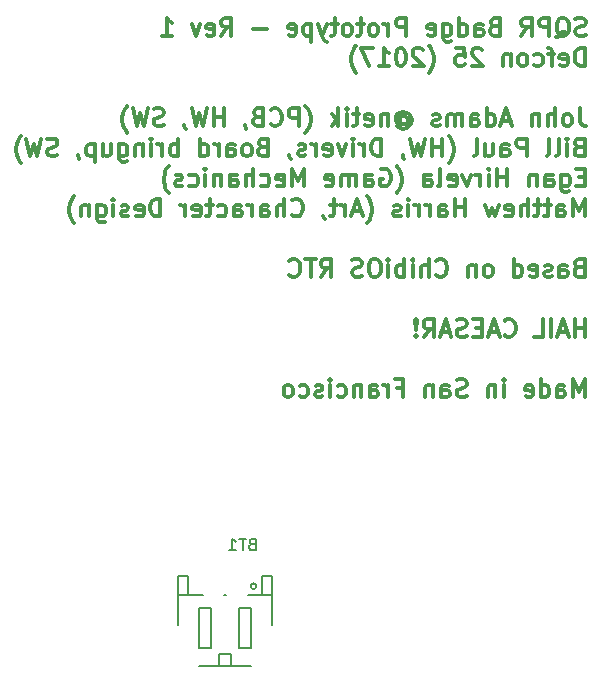
<source format=gbo>
G04 #@! TF.GenerationSoftware,KiCad,Pcbnew,(2016-12-18 revision 3ffa37c)-master*
G04 #@! TF.CreationDate,2016-12-20T20:39:12-08:00*
G04 #@! TF.ProjectId,badge-kicad,62616467652D6B696361642E6B696361,rev?*
G04 #@! TF.FileFunction,Legend,Bot*
G04 #@! TF.FilePolarity,Positive*
%FSLAX46Y46*%
G04 Gerber Fmt 4.6, Leading zero omitted, Abs format (unit mm)*
G04 Created by KiCad (PCBNEW (2016-12-18 revision 3ffa37c)-master) date Tuesday, December 20, 2016 'PMt' 08:39:12 PM*
%MOMM*%
%LPD*%
G01*
G04 APERTURE LIST*
%ADD10C,0.150000*%
%ADD11C,0.300000*%
G04 APERTURE END LIST*
D10*
D11*
X156519285Y-94307142D02*
X156305000Y-94378571D01*
X155947857Y-94378571D01*
X155805000Y-94307142D01*
X155733571Y-94235714D01*
X155662142Y-94092857D01*
X155662142Y-93950000D01*
X155733571Y-93807142D01*
X155805000Y-93735714D01*
X155947857Y-93664285D01*
X156233571Y-93592857D01*
X156376428Y-93521428D01*
X156447857Y-93450000D01*
X156519285Y-93307142D01*
X156519285Y-93164285D01*
X156447857Y-93021428D01*
X156376428Y-92950000D01*
X156233571Y-92878571D01*
X155876428Y-92878571D01*
X155662142Y-92950000D01*
X154019285Y-94521428D02*
X154162142Y-94450000D01*
X154305000Y-94307142D01*
X154519285Y-94092857D01*
X154662142Y-94021428D01*
X154805000Y-94021428D01*
X154733571Y-94378571D02*
X154876428Y-94307142D01*
X155019285Y-94164285D01*
X155090714Y-93878571D01*
X155090714Y-93378571D01*
X155019285Y-93092857D01*
X154876428Y-92950000D01*
X154733571Y-92878571D01*
X154447857Y-92878571D01*
X154305000Y-92950000D01*
X154162142Y-93092857D01*
X154090714Y-93378571D01*
X154090714Y-93878571D01*
X154162142Y-94164285D01*
X154305000Y-94307142D01*
X154447857Y-94378571D01*
X154733571Y-94378571D01*
X153447857Y-94378571D02*
X153447857Y-92878571D01*
X152876428Y-92878571D01*
X152733571Y-92950000D01*
X152662142Y-93021428D01*
X152590714Y-93164285D01*
X152590714Y-93378571D01*
X152662142Y-93521428D01*
X152733571Y-93592857D01*
X152876428Y-93664285D01*
X153447857Y-93664285D01*
X151090714Y-94378571D02*
X151590714Y-93664285D01*
X151947857Y-94378571D02*
X151947857Y-92878571D01*
X151376428Y-92878571D01*
X151233571Y-92950000D01*
X151162142Y-93021428D01*
X151090714Y-93164285D01*
X151090714Y-93378571D01*
X151162142Y-93521428D01*
X151233571Y-93592857D01*
X151376428Y-93664285D01*
X151947857Y-93664285D01*
X148805000Y-93592857D02*
X148590714Y-93664285D01*
X148519285Y-93735714D01*
X148447857Y-93878571D01*
X148447857Y-94092857D01*
X148519285Y-94235714D01*
X148590714Y-94307142D01*
X148733571Y-94378571D01*
X149305000Y-94378571D01*
X149305000Y-92878571D01*
X148805000Y-92878571D01*
X148662142Y-92950000D01*
X148590714Y-93021428D01*
X148519285Y-93164285D01*
X148519285Y-93307142D01*
X148590714Y-93450000D01*
X148662142Y-93521428D01*
X148805000Y-93592857D01*
X149305000Y-93592857D01*
X147162142Y-94378571D02*
X147162142Y-93592857D01*
X147233571Y-93450000D01*
X147376428Y-93378571D01*
X147662142Y-93378571D01*
X147805000Y-93450000D01*
X147162142Y-94307142D02*
X147305000Y-94378571D01*
X147662142Y-94378571D01*
X147805000Y-94307142D01*
X147876428Y-94164285D01*
X147876428Y-94021428D01*
X147805000Y-93878571D01*
X147662142Y-93807142D01*
X147305000Y-93807142D01*
X147162142Y-93735714D01*
X145805000Y-94378571D02*
X145805000Y-92878571D01*
X145805000Y-94307142D02*
X145947857Y-94378571D01*
X146233571Y-94378571D01*
X146376428Y-94307142D01*
X146447857Y-94235714D01*
X146519285Y-94092857D01*
X146519285Y-93664285D01*
X146447857Y-93521428D01*
X146376428Y-93450000D01*
X146233571Y-93378571D01*
X145947857Y-93378571D01*
X145805000Y-93450000D01*
X144447857Y-93378571D02*
X144447857Y-94592857D01*
X144519285Y-94735714D01*
X144590714Y-94807142D01*
X144733571Y-94878571D01*
X144947857Y-94878571D01*
X145090714Y-94807142D01*
X144447857Y-94307142D02*
X144590714Y-94378571D01*
X144876428Y-94378571D01*
X145019285Y-94307142D01*
X145090714Y-94235714D01*
X145162142Y-94092857D01*
X145162142Y-93664285D01*
X145090714Y-93521428D01*
X145019285Y-93450000D01*
X144876428Y-93378571D01*
X144590714Y-93378571D01*
X144447857Y-93450000D01*
X143162142Y-94307142D02*
X143305000Y-94378571D01*
X143590714Y-94378571D01*
X143733571Y-94307142D01*
X143805000Y-94164285D01*
X143805000Y-93592857D01*
X143733571Y-93450000D01*
X143590714Y-93378571D01*
X143305000Y-93378571D01*
X143162142Y-93450000D01*
X143090714Y-93592857D01*
X143090714Y-93735714D01*
X143805000Y-93878571D01*
X141305000Y-94378571D02*
X141305000Y-92878571D01*
X140733571Y-92878571D01*
X140590714Y-92950000D01*
X140519285Y-93021428D01*
X140447857Y-93164285D01*
X140447857Y-93378571D01*
X140519285Y-93521428D01*
X140590714Y-93592857D01*
X140733571Y-93664285D01*
X141305000Y-93664285D01*
X139805000Y-94378571D02*
X139805000Y-93378571D01*
X139805000Y-93664285D02*
X139733571Y-93521428D01*
X139662142Y-93450000D01*
X139519285Y-93378571D01*
X139376428Y-93378571D01*
X138662142Y-94378571D02*
X138805000Y-94307142D01*
X138876428Y-94235714D01*
X138947857Y-94092857D01*
X138947857Y-93664285D01*
X138876428Y-93521428D01*
X138805000Y-93450000D01*
X138662142Y-93378571D01*
X138447857Y-93378571D01*
X138305000Y-93450000D01*
X138233571Y-93521428D01*
X138162142Y-93664285D01*
X138162142Y-94092857D01*
X138233571Y-94235714D01*
X138305000Y-94307142D01*
X138447857Y-94378571D01*
X138662142Y-94378571D01*
X137733571Y-93378571D02*
X137162142Y-93378571D01*
X137519285Y-92878571D02*
X137519285Y-94164285D01*
X137447857Y-94307142D01*
X137305000Y-94378571D01*
X137162142Y-94378571D01*
X136447857Y-94378571D02*
X136590714Y-94307142D01*
X136662142Y-94235714D01*
X136733571Y-94092857D01*
X136733571Y-93664285D01*
X136662142Y-93521428D01*
X136590714Y-93450000D01*
X136447857Y-93378571D01*
X136233571Y-93378571D01*
X136090714Y-93450000D01*
X136019285Y-93521428D01*
X135947857Y-93664285D01*
X135947857Y-94092857D01*
X136019285Y-94235714D01*
X136090714Y-94307142D01*
X136233571Y-94378571D01*
X136447857Y-94378571D01*
X135519285Y-93378571D02*
X134947857Y-93378571D01*
X135305000Y-92878571D02*
X135305000Y-94164285D01*
X135233571Y-94307142D01*
X135090714Y-94378571D01*
X134947857Y-94378571D01*
X134590714Y-93378571D02*
X134233571Y-94378571D01*
X133876428Y-93378571D02*
X134233571Y-94378571D01*
X134376428Y-94735714D01*
X134447857Y-94807142D01*
X134590714Y-94878571D01*
X133305000Y-93378571D02*
X133305000Y-94878571D01*
X133305000Y-93450000D02*
X133162142Y-93378571D01*
X132876428Y-93378571D01*
X132733571Y-93450000D01*
X132662142Y-93521428D01*
X132590714Y-93664285D01*
X132590714Y-94092857D01*
X132662142Y-94235714D01*
X132733571Y-94307142D01*
X132876428Y-94378571D01*
X133162142Y-94378571D01*
X133305000Y-94307142D01*
X131376428Y-94307142D02*
X131519285Y-94378571D01*
X131805000Y-94378571D01*
X131947857Y-94307142D01*
X132019285Y-94164285D01*
X132019285Y-93592857D01*
X131947857Y-93450000D01*
X131805000Y-93378571D01*
X131519285Y-93378571D01*
X131376428Y-93450000D01*
X131305000Y-93592857D01*
X131305000Y-93735714D01*
X132019285Y-93878571D01*
X129519285Y-93807142D02*
X128376428Y-93807142D01*
X125662142Y-94378571D02*
X126162142Y-93664285D01*
X126519285Y-94378571D02*
X126519285Y-92878571D01*
X125947857Y-92878571D01*
X125805000Y-92950000D01*
X125733571Y-93021428D01*
X125662142Y-93164285D01*
X125662142Y-93378571D01*
X125733571Y-93521428D01*
X125805000Y-93592857D01*
X125947857Y-93664285D01*
X126519285Y-93664285D01*
X124447857Y-94307142D02*
X124590714Y-94378571D01*
X124876428Y-94378571D01*
X125019285Y-94307142D01*
X125090714Y-94164285D01*
X125090714Y-93592857D01*
X125019285Y-93450000D01*
X124876428Y-93378571D01*
X124590714Y-93378571D01*
X124447857Y-93450000D01*
X124376428Y-93592857D01*
X124376428Y-93735714D01*
X125090714Y-93878571D01*
X123876428Y-93378571D02*
X123519285Y-94378571D01*
X123162142Y-93378571D01*
X120662142Y-94378571D02*
X121519285Y-94378571D01*
X121090714Y-94378571D02*
X121090714Y-92878571D01*
X121233571Y-93092857D01*
X121376428Y-93235714D01*
X121519285Y-93307142D01*
X156447857Y-96928571D02*
X156447857Y-95428571D01*
X156090714Y-95428571D01*
X155876428Y-95500000D01*
X155733571Y-95642857D01*
X155662142Y-95785714D01*
X155590714Y-96071428D01*
X155590714Y-96285714D01*
X155662142Y-96571428D01*
X155733571Y-96714285D01*
X155876428Y-96857142D01*
X156090714Y-96928571D01*
X156447857Y-96928571D01*
X154376428Y-96857142D02*
X154519285Y-96928571D01*
X154805000Y-96928571D01*
X154947857Y-96857142D01*
X155019285Y-96714285D01*
X155019285Y-96142857D01*
X154947857Y-96000000D01*
X154805000Y-95928571D01*
X154519285Y-95928571D01*
X154376428Y-96000000D01*
X154305000Y-96142857D01*
X154305000Y-96285714D01*
X155019285Y-96428571D01*
X153876428Y-95928571D02*
X153305000Y-95928571D01*
X153662142Y-96928571D02*
X153662142Y-95642857D01*
X153590714Y-95500000D01*
X153447857Y-95428571D01*
X153305000Y-95428571D01*
X152162142Y-96857142D02*
X152305000Y-96928571D01*
X152590714Y-96928571D01*
X152733571Y-96857142D01*
X152805000Y-96785714D01*
X152876428Y-96642857D01*
X152876428Y-96214285D01*
X152805000Y-96071428D01*
X152733571Y-96000000D01*
X152590714Y-95928571D01*
X152305000Y-95928571D01*
X152162142Y-96000000D01*
X151305000Y-96928571D02*
X151447857Y-96857142D01*
X151519285Y-96785714D01*
X151590714Y-96642857D01*
X151590714Y-96214285D01*
X151519285Y-96071428D01*
X151447857Y-96000000D01*
X151305000Y-95928571D01*
X151090714Y-95928571D01*
X150947857Y-96000000D01*
X150876428Y-96071428D01*
X150805000Y-96214285D01*
X150805000Y-96642857D01*
X150876428Y-96785714D01*
X150947857Y-96857142D01*
X151090714Y-96928571D01*
X151305000Y-96928571D01*
X150162142Y-95928571D02*
X150162142Y-96928571D01*
X150162142Y-96071428D02*
X150090714Y-96000000D01*
X149947857Y-95928571D01*
X149733571Y-95928571D01*
X149590714Y-96000000D01*
X149519285Y-96142857D01*
X149519285Y-96928571D01*
X147733571Y-95571428D02*
X147662142Y-95500000D01*
X147519285Y-95428571D01*
X147162142Y-95428571D01*
X147019285Y-95500000D01*
X146947857Y-95571428D01*
X146876428Y-95714285D01*
X146876428Y-95857142D01*
X146947857Y-96071428D01*
X147805000Y-96928571D01*
X146876428Y-96928571D01*
X145519285Y-95428571D02*
X146233571Y-95428571D01*
X146305000Y-96142857D01*
X146233571Y-96071428D01*
X146090714Y-96000000D01*
X145733571Y-96000000D01*
X145590714Y-96071428D01*
X145519285Y-96142857D01*
X145447857Y-96285714D01*
X145447857Y-96642857D01*
X145519285Y-96785714D01*
X145590714Y-96857142D01*
X145733571Y-96928571D01*
X146090714Y-96928571D01*
X146233571Y-96857142D01*
X146305000Y-96785714D01*
X143233571Y-97500000D02*
X143305000Y-97428571D01*
X143447857Y-97214285D01*
X143519285Y-97071428D01*
X143590714Y-96857142D01*
X143662142Y-96500000D01*
X143662142Y-96214285D01*
X143590714Y-95857142D01*
X143519285Y-95642857D01*
X143447857Y-95500000D01*
X143305000Y-95285714D01*
X143233571Y-95214285D01*
X142733571Y-95571428D02*
X142662142Y-95500000D01*
X142519285Y-95428571D01*
X142162142Y-95428571D01*
X142019285Y-95500000D01*
X141947857Y-95571428D01*
X141876428Y-95714285D01*
X141876428Y-95857142D01*
X141947857Y-96071428D01*
X142805000Y-96928571D01*
X141876428Y-96928571D01*
X140947857Y-95428571D02*
X140805000Y-95428571D01*
X140662142Y-95500000D01*
X140590714Y-95571428D01*
X140519285Y-95714285D01*
X140447857Y-96000000D01*
X140447857Y-96357142D01*
X140519285Y-96642857D01*
X140590714Y-96785714D01*
X140662142Y-96857142D01*
X140805000Y-96928571D01*
X140947857Y-96928571D01*
X141090714Y-96857142D01*
X141162142Y-96785714D01*
X141233571Y-96642857D01*
X141305000Y-96357142D01*
X141305000Y-96000000D01*
X141233571Y-95714285D01*
X141162142Y-95571428D01*
X141090714Y-95500000D01*
X140947857Y-95428571D01*
X139019285Y-96928571D02*
X139876428Y-96928571D01*
X139447857Y-96928571D02*
X139447857Y-95428571D01*
X139590714Y-95642857D01*
X139733571Y-95785714D01*
X139876428Y-95857142D01*
X138519285Y-95428571D02*
X137519285Y-95428571D01*
X138162142Y-96928571D01*
X137090714Y-97500000D02*
X137019285Y-97428571D01*
X136876428Y-97214285D01*
X136805000Y-97071428D01*
X136733571Y-96857142D01*
X136662142Y-96500000D01*
X136662142Y-96214285D01*
X136733571Y-95857142D01*
X136805000Y-95642857D01*
X136876428Y-95500000D01*
X137019285Y-95285714D01*
X137090714Y-95214285D01*
X156019285Y-100528571D02*
X156019285Y-101600000D01*
X156090714Y-101814285D01*
X156233571Y-101957142D01*
X156447857Y-102028571D01*
X156590714Y-102028571D01*
X155090714Y-102028571D02*
X155233571Y-101957142D01*
X155305000Y-101885714D01*
X155376428Y-101742857D01*
X155376428Y-101314285D01*
X155305000Y-101171428D01*
X155233571Y-101100000D01*
X155090714Y-101028571D01*
X154876428Y-101028571D01*
X154733571Y-101100000D01*
X154662142Y-101171428D01*
X154590714Y-101314285D01*
X154590714Y-101742857D01*
X154662142Y-101885714D01*
X154733571Y-101957142D01*
X154876428Y-102028571D01*
X155090714Y-102028571D01*
X153947857Y-102028571D02*
X153947857Y-100528571D01*
X153305000Y-102028571D02*
X153305000Y-101242857D01*
X153376428Y-101100000D01*
X153519285Y-101028571D01*
X153733571Y-101028571D01*
X153876428Y-101100000D01*
X153947857Y-101171428D01*
X152590714Y-101028571D02*
X152590714Y-102028571D01*
X152590714Y-101171428D02*
X152519285Y-101100000D01*
X152376428Y-101028571D01*
X152162142Y-101028571D01*
X152019285Y-101100000D01*
X151947857Y-101242857D01*
X151947857Y-102028571D01*
X150162142Y-101600000D02*
X149447857Y-101600000D01*
X150305000Y-102028571D02*
X149805000Y-100528571D01*
X149305000Y-102028571D01*
X148162142Y-102028571D02*
X148162142Y-100528571D01*
X148162142Y-101957142D02*
X148305000Y-102028571D01*
X148590714Y-102028571D01*
X148733571Y-101957142D01*
X148805000Y-101885714D01*
X148876428Y-101742857D01*
X148876428Y-101314285D01*
X148805000Y-101171428D01*
X148733571Y-101100000D01*
X148590714Y-101028571D01*
X148305000Y-101028571D01*
X148162142Y-101100000D01*
X146805000Y-102028571D02*
X146805000Y-101242857D01*
X146876428Y-101100000D01*
X147019285Y-101028571D01*
X147305000Y-101028571D01*
X147447857Y-101100000D01*
X146805000Y-101957142D02*
X146947857Y-102028571D01*
X147305000Y-102028571D01*
X147447857Y-101957142D01*
X147519285Y-101814285D01*
X147519285Y-101671428D01*
X147447857Y-101528571D01*
X147305000Y-101457142D01*
X146947857Y-101457142D01*
X146805000Y-101385714D01*
X146090714Y-102028571D02*
X146090714Y-101028571D01*
X146090714Y-101171428D02*
X146019285Y-101100000D01*
X145876428Y-101028571D01*
X145662142Y-101028571D01*
X145519285Y-101100000D01*
X145447857Y-101242857D01*
X145447857Y-102028571D01*
X145447857Y-101242857D02*
X145376428Y-101100000D01*
X145233571Y-101028571D01*
X145019285Y-101028571D01*
X144876428Y-101100000D01*
X144805000Y-101242857D01*
X144805000Y-102028571D01*
X144162142Y-101957142D02*
X144019285Y-102028571D01*
X143733571Y-102028571D01*
X143590714Y-101957142D01*
X143519285Y-101814285D01*
X143519285Y-101742857D01*
X143590714Y-101600000D01*
X143733571Y-101528571D01*
X143947857Y-101528571D01*
X144090714Y-101457142D01*
X144162142Y-101314285D01*
X144162142Y-101242857D01*
X144090714Y-101100000D01*
X143947857Y-101028571D01*
X143733571Y-101028571D01*
X143590714Y-101100000D01*
X140805000Y-101314285D02*
X140876428Y-101242857D01*
X141019285Y-101171428D01*
X141162142Y-101171428D01*
X141305000Y-101242857D01*
X141376428Y-101314285D01*
X141447857Y-101457142D01*
X141447857Y-101600000D01*
X141376428Y-101742857D01*
X141305000Y-101814285D01*
X141162142Y-101885714D01*
X141019285Y-101885714D01*
X140876428Y-101814285D01*
X140805000Y-101742857D01*
X140805000Y-101171428D02*
X140805000Y-101742857D01*
X140733571Y-101814285D01*
X140662142Y-101814285D01*
X140519285Y-101742857D01*
X140447857Y-101600000D01*
X140447857Y-101242857D01*
X140590714Y-101028571D01*
X140805000Y-100885714D01*
X141090714Y-100814285D01*
X141376428Y-100885714D01*
X141590714Y-101028571D01*
X141733571Y-101242857D01*
X141805000Y-101528571D01*
X141733571Y-101814285D01*
X141590714Y-102028571D01*
X141376428Y-102171428D01*
X141090714Y-102242857D01*
X140805000Y-102171428D01*
X140590714Y-102028571D01*
X139805000Y-101028571D02*
X139805000Y-102028571D01*
X139805000Y-101171428D02*
X139733571Y-101100000D01*
X139590714Y-101028571D01*
X139376428Y-101028571D01*
X139233571Y-101100000D01*
X139162142Y-101242857D01*
X139162142Y-102028571D01*
X137876428Y-101957142D02*
X138019285Y-102028571D01*
X138305000Y-102028571D01*
X138447857Y-101957142D01*
X138519285Y-101814285D01*
X138519285Y-101242857D01*
X138447857Y-101100000D01*
X138305000Y-101028571D01*
X138019285Y-101028571D01*
X137876428Y-101100000D01*
X137805000Y-101242857D01*
X137805000Y-101385714D01*
X138519285Y-101528571D01*
X137376428Y-101028571D02*
X136805000Y-101028571D01*
X137162142Y-100528571D02*
X137162142Y-101814285D01*
X137090714Y-101957142D01*
X136947857Y-102028571D01*
X136805000Y-102028571D01*
X136305000Y-102028571D02*
X136305000Y-101028571D01*
X136305000Y-100528571D02*
X136376428Y-100600000D01*
X136305000Y-100671428D01*
X136233571Y-100600000D01*
X136305000Y-100528571D01*
X136305000Y-100671428D01*
X135590714Y-102028571D02*
X135590714Y-100528571D01*
X135447857Y-101457142D02*
X135019285Y-102028571D01*
X135019285Y-101028571D02*
X135590714Y-101600000D01*
X132804999Y-102600000D02*
X132876428Y-102528571D01*
X133019285Y-102314285D01*
X133090714Y-102171428D01*
X133162142Y-101957142D01*
X133233571Y-101600000D01*
X133233571Y-101314285D01*
X133162142Y-100957142D01*
X133090714Y-100742857D01*
X133019285Y-100600000D01*
X132876428Y-100385714D01*
X132804999Y-100314285D01*
X132233571Y-102028571D02*
X132233571Y-100528571D01*
X131662142Y-100528571D01*
X131519285Y-100600000D01*
X131447857Y-100671428D01*
X131376428Y-100814285D01*
X131376428Y-101028571D01*
X131447857Y-101171428D01*
X131519285Y-101242857D01*
X131662142Y-101314285D01*
X132233571Y-101314285D01*
X129876428Y-101885714D02*
X129947857Y-101957142D01*
X130162142Y-102028571D01*
X130304999Y-102028571D01*
X130519285Y-101957142D01*
X130662142Y-101814285D01*
X130733571Y-101671428D01*
X130804999Y-101385714D01*
X130804999Y-101171428D01*
X130733571Y-100885714D01*
X130662142Y-100742857D01*
X130519285Y-100600000D01*
X130304999Y-100528571D01*
X130162142Y-100528571D01*
X129947857Y-100600000D01*
X129876428Y-100671428D01*
X128733571Y-101242857D02*
X128519285Y-101314285D01*
X128447857Y-101385714D01*
X128376428Y-101528571D01*
X128376428Y-101742857D01*
X128447857Y-101885714D01*
X128519285Y-101957142D01*
X128662142Y-102028571D01*
X129233571Y-102028571D01*
X129233571Y-100528571D01*
X128733571Y-100528571D01*
X128590714Y-100600000D01*
X128519285Y-100671428D01*
X128447857Y-100814285D01*
X128447857Y-100957142D01*
X128519285Y-101100000D01*
X128590714Y-101171428D01*
X128733571Y-101242857D01*
X129233571Y-101242857D01*
X127662142Y-101957142D02*
X127662142Y-102028571D01*
X127733571Y-102171428D01*
X127804999Y-102242857D01*
X125876428Y-102028571D02*
X125876428Y-100528571D01*
X125876428Y-101242857D02*
X125019285Y-101242857D01*
X125019285Y-102028571D02*
X125019285Y-100528571D01*
X124447857Y-100528571D02*
X124090714Y-102028571D01*
X123804999Y-100957142D01*
X123519285Y-102028571D01*
X123162142Y-100528571D01*
X122519285Y-101957142D02*
X122519285Y-102028571D01*
X122590714Y-102171428D01*
X122662142Y-102242857D01*
X120804999Y-101957142D02*
X120590714Y-102028571D01*
X120233571Y-102028571D01*
X120090714Y-101957142D01*
X120019285Y-101885714D01*
X119947857Y-101742857D01*
X119947857Y-101600000D01*
X120019285Y-101457142D01*
X120090714Y-101385714D01*
X120233571Y-101314285D01*
X120519285Y-101242857D01*
X120662142Y-101171428D01*
X120733571Y-101100000D01*
X120804999Y-100957142D01*
X120804999Y-100814285D01*
X120733571Y-100671428D01*
X120662142Y-100600000D01*
X120519285Y-100528571D01*
X120162142Y-100528571D01*
X119947857Y-100600000D01*
X119447857Y-100528571D02*
X119090714Y-102028571D01*
X118804999Y-100957142D01*
X118519285Y-102028571D01*
X118162142Y-100528571D01*
X117733571Y-102600000D02*
X117662142Y-102528571D01*
X117519285Y-102314285D01*
X117447857Y-102171428D01*
X117376428Y-101957142D01*
X117304999Y-101600000D01*
X117304999Y-101314285D01*
X117376428Y-100957142D01*
X117447857Y-100742857D01*
X117519285Y-100600000D01*
X117662142Y-100385714D01*
X117733571Y-100314285D01*
X155947857Y-103792857D02*
X155733571Y-103864285D01*
X155662142Y-103935714D01*
X155590714Y-104078571D01*
X155590714Y-104292857D01*
X155662142Y-104435714D01*
X155733571Y-104507142D01*
X155876428Y-104578571D01*
X156447857Y-104578571D01*
X156447857Y-103078571D01*
X155947857Y-103078571D01*
X155805000Y-103150000D01*
X155733571Y-103221428D01*
X155662142Y-103364285D01*
X155662142Y-103507142D01*
X155733571Y-103650000D01*
X155805000Y-103721428D01*
X155947857Y-103792857D01*
X156447857Y-103792857D01*
X154947857Y-104578571D02*
X154947857Y-103578571D01*
X154947857Y-103078571D02*
X155019285Y-103150000D01*
X154947857Y-103221428D01*
X154876428Y-103150000D01*
X154947857Y-103078571D01*
X154947857Y-103221428D01*
X154019285Y-104578571D02*
X154162142Y-104507142D01*
X154233571Y-104364285D01*
X154233571Y-103078571D01*
X153233571Y-104578571D02*
X153376428Y-104507142D01*
X153447857Y-104364285D01*
X153447857Y-103078571D01*
X151519285Y-104578571D02*
X151519285Y-103078571D01*
X150947857Y-103078571D01*
X150805000Y-103150000D01*
X150733571Y-103221428D01*
X150662142Y-103364285D01*
X150662142Y-103578571D01*
X150733571Y-103721428D01*
X150805000Y-103792857D01*
X150947857Y-103864285D01*
X151519285Y-103864285D01*
X149376428Y-104578571D02*
X149376428Y-103792857D01*
X149447857Y-103650000D01*
X149590714Y-103578571D01*
X149876428Y-103578571D01*
X150019285Y-103650000D01*
X149376428Y-104507142D02*
X149519285Y-104578571D01*
X149876428Y-104578571D01*
X150019285Y-104507142D01*
X150090714Y-104364285D01*
X150090714Y-104221428D01*
X150019285Y-104078571D01*
X149876428Y-104007142D01*
X149519285Y-104007142D01*
X149376428Y-103935714D01*
X148019285Y-103578571D02*
X148019285Y-104578571D01*
X148662142Y-103578571D02*
X148662142Y-104364285D01*
X148590714Y-104507142D01*
X148447857Y-104578571D01*
X148233571Y-104578571D01*
X148090714Y-104507142D01*
X148019285Y-104435714D01*
X147090714Y-104578571D02*
X147233571Y-104507142D01*
X147305000Y-104364285D01*
X147305000Y-103078571D01*
X144947857Y-105150000D02*
X145019285Y-105078571D01*
X145162142Y-104864285D01*
X145233571Y-104721428D01*
X145305000Y-104507142D01*
X145376428Y-104150000D01*
X145376428Y-103864285D01*
X145305000Y-103507142D01*
X145233571Y-103292857D01*
X145162142Y-103150000D01*
X145019285Y-102935714D01*
X144947857Y-102864285D01*
X144376428Y-104578571D02*
X144376428Y-103078571D01*
X144376428Y-103792857D02*
X143519285Y-103792857D01*
X143519285Y-104578571D02*
X143519285Y-103078571D01*
X142947857Y-103078571D02*
X142590714Y-104578571D01*
X142305000Y-103507142D01*
X142019285Y-104578571D01*
X141662142Y-103078571D01*
X141019285Y-104507142D02*
X141019285Y-104578571D01*
X141090714Y-104721428D01*
X141162142Y-104792857D01*
X139233571Y-104578571D02*
X139233571Y-103078571D01*
X138876428Y-103078571D01*
X138662142Y-103150000D01*
X138519285Y-103292857D01*
X138447857Y-103435714D01*
X138376428Y-103721428D01*
X138376428Y-103935714D01*
X138447857Y-104221428D01*
X138519285Y-104364285D01*
X138662142Y-104507142D01*
X138876428Y-104578571D01*
X139233571Y-104578571D01*
X137733571Y-104578571D02*
X137733571Y-103578571D01*
X137733571Y-103864285D02*
X137662142Y-103721428D01*
X137590714Y-103650000D01*
X137447857Y-103578571D01*
X137305000Y-103578571D01*
X136805000Y-104578571D02*
X136805000Y-103578571D01*
X136805000Y-103078571D02*
X136876428Y-103150000D01*
X136805000Y-103221428D01*
X136733571Y-103150000D01*
X136805000Y-103078571D01*
X136805000Y-103221428D01*
X136233571Y-103578571D02*
X135876428Y-104578571D01*
X135519285Y-103578571D01*
X134376428Y-104507142D02*
X134519285Y-104578571D01*
X134805000Y-104578571D01*
X134947857Y-104507142D01*
X135019285Y-104364285D01*
X135019285Y-103792857D01*
X134947857Y-103650000D01*
X134805000Y-103578571D01*
X134519285Y-103578571D01*
X134376428Y-103650000D01*
X134305000Y-103792857D01*
X134305000Y-103935714D01*
X135019285Y-104078571D01*
X133662142Y-104578571D02*
X133662142Y-103578571D01*
X133662142Y-103864285D02*
X133590714Y-103721428D01*
X133519285Y-103650000D01*
X133376428Y-103578571D01*
X133233571Y-103578571D01*
X132805000Y-104507142D02*
X132662142Y-104578571D01*
X132376428Y-104578571D01*
X132233571Y-104507142D01*
X132162142Y-104364285D01*
X132162142Y-104292857D01*
X132233571Y-104150000D01*
X132376428Y-104078571D01*
X132590714Y-104078571D01*
X132733571Y-104007142D01*
X132805000Y-103864285D01*
X132805000Y-103792857D01*
X132733571Y-103650000D01*
X132590714Y-103578571D01*
X132376428Y-103578571D01*
X132233571Y-103650000D01*
X131447857Y-104507142D02*
X131447857Y-104578571D01*
X131519285Y-104721428D01*
X131590714Y-104792857D01*
X129162142Y-103792857D02*
X128947857Y-103864285D01*
X128876428Y-103935714D01*
X128805000Y-104078571D01*
X128805000Y-104292857D01*
X128876428Y-104435714D01*
X128947857Y-104507142D01*
X129090714Y-104578571D01*
X129662142Y-104578571D01*
X129662142Y-103078571D01*
X129162142Y-103078571D01*
X129019285Y-103150000D01*
X128947857Y-103221428D01*
X128876428Y-103364285D01*
X128876428Y-103507142D01*
X128947857Y-103650000D01*
X129019285Y-103721428D01*
X129162142Y-103792857D01*
X129662142Y-103792857D01*
X127947857Y-104578571D02*
X128090714Y-104507142D01*
X128162142Y-104435714D01*
X128233571Y-104292857D01*
X128233571Y-103864285D01*
X128162142Y-103721428D01*
X128090714Y-103650000D01*
X127947857Y-103578571D01*
X127733571Y-103578571D01*
X127590714Y-103650000D01*
X127519285Y-103721428D01*
X127447857Y-103864285D01*
X127447857Y-104292857D01*
X127519285Y-104435714D01*
X127590714Y-104507142D01*
X127733571Y-104578571D01*
X127947857Y-104578571D01*
X126162142Y-104578571D02*
X126162142Y-103792857D01*
X126233571Y-103650000D01*
X126376428Y-103578571D01*
X126662142Y-103578571D01*
X126805000Y-103650000D01*
X126162142Y-104507142D02*
X126305000Y-104578571D01*
X126662142Y-104578571D01*
X126805000Y-104507142D01*
X126876428Y-104364285D01*
X126876428Y-104221428D01*
X126805000Y-104078571D01*
X126662142Y-104007142D01*
X126305000Y-104007142D01*
X126162142Y-103935714D01*
X125447857Y-104578571D02*
X125447857Y-103578571D01*
X125447857Y-103864285D02*
X125376428Y-103721428D01*
X125305000Y-103650000D01*
X125162142Y-103578571D01*
X125019285Y-103578571D01*
X123876428Y-104578571D02*
X123876428Y-103078571D01*
X123876428Y-104507142D02*
X124019285Y-104578571D01*
X124305000Y-104578571D01*
X124447857Y-104507142D01*
X124519285Y-104435714D01*
X124590714Y-104292857D01*
X124590714Y-103864285D01*
X124519285Y-103721428D01*
X124447857Y-103650000D01*
X124305000Y-103578571D01*
X124019285Y-103578571D01*
X123876428Y-103650000D01*
X122019285Y-104578571D02*
X122019285Y-103078571D01*
X122019285Y-103650000D02*
X121876428Y-103578571D01*
X121590714Y-103578571D01*
X121447857Y-103650000D01*
X121376428Y-103721428D01*
X121305000Y-103864285D01*
X121305000Y-104292857D01*
X121376428Y-104435714D01*
X121447857Y-104507142D01*
X121590714Y-104578571D01*
X121876428Y-104578571D01*
X122019285Y-104507142D01*
X120662142Y-104578571D02*
X120662142Y-103578571D01*
X120662142Y-103864285D02*
X120590714Y-103721428D01*
X120519285Y-103650000D01*
X120376428Y-103578571D01*
X120233571Y-103578571D01*
X119733571Y-104578571D02*
X119733571Y-103578571D01*
X119733571Y-103078571D02*
X119805000Y-103150000D01*
X119733571Y-103221428D01*
X119662142Y-103150000D01*
X119733571Y-103078571D01*
X119733571Y-103221428D01*
X119019285Y-103578571D02*
X119019285Y-104578571D01*
X119019285Y-103721428D02*
X118947857Y-103650000D01*
X118805000Y-103578571D01*
X118590714Y-103578571D01*
X118447857Y-103650000D01*
X118376428Y-103792857D01*
X118376428Y-104578571D01*
X117019285Y-103578571D02*
X117019285Y-104792857D01*
X117090714Y-104935714D01*
X117162142Y-105007142D01*
X117305000Y-105078571D01*
X117519285Y-105078571D01*
X117662142Y-105007142D01*
X117019285Y-104507142D02*
X117162142Y-104578571D01*
X117447857Y-104578571D01*
X117590714Y-104507142D01*
X117662142Y-104435714D01*
X117733571Y-104292857D01*
X117733571Y-103864285D01*
X117662142Y-103721428D01*
X117590714Y-103650000D01*
X117447857Y-103578571D01*
X117162142Y-103578571D01*
X117019285Y-103650000D01*
X115662142Y-103578571D02*
X115662142Y-104578571D01*
X116305000Y-103578571D02*
X116305000Y-104364285D01*
X116233571Y-104507142D01*
X116090714Y-104578571D01*
X115876428Y-104578571D01*
X115733571Y-104507142D01*
X115662142Y-104435714D01*
X114947857Y-103578571D02*
X114947857Y-105078571D01*
X114947857Y-103650000D02*
X114805000Y-103578571D01*
X114519285Y-103578571D01*
X114376428Y-103650000D01*
X114305000Y-103721428D01*
X114233571Y-103864285D01*
X114233571Y-104292857D01*
X114305000Y-104435714D01*
X114376428Y-104507142D01*
X114519285Y-104578571D01*
X114805000Y-104578571D01*
X114947857Y-104507142D01*
X113519285Y-104507142D02*
X113519285Y-104578571D01*
X113590714Y-104721428D01*
X113662142Y-104792857D01*
X111805000Y-104507142D02*
X111590714Y-104578571D01*
X111233571Y-104578571D01*
X111090714Y-104507142D01*
X111019285Y-104435714D01*
X110947857Y-104292857D01*
X110947857Y-104150000D01*
X111019285Y-104007142D01*
X111090714Y-103935714D01*
X111233571Y-103864285D01*
X111519285Y-103792857D01*
X111662142Y-103721428D01*
X111733571Y-103650000D01*
X111805000Y-103507142D01*
X111805000Y-103364285D01*
X111733571Y-103221428D01*
X111662142Y-103150000D01*
X111519285Y-103078571D01*
X111162142Y-103078571D01*
X110947857Y-103150000D01*
X110447857Y-103078571D02*
X110090714Y-104578571D01*
X109805000Y-103507142D01*
X109519285Y-104578571D01*
X109162142Y-103078571D01*
X108733571Y-105150000D02*
X108662142Y-105078571D01*
X108519285Y-104864285D01*
X108447857Y-104721428D01*
X108376428Y-104507142D01*
X108305000Y-104150000D01*
X108305000Y-103864285D01*
X108376428Y-103507142D01*
X108447857Y-103292857D01*
X108519285Y-103150000D01*
X108662142Y-102935714D01*
X108733571Y-102864285D01*
X156447857Y-106342857D02*
X155947857Y-106342857D01*
X155733571Y-107128571D02*
X156447857Y-107128571D01*
X156447857Y-105628571D01*
X155733571Y-105628571D01*
X154447857Y-106128571D02*
X154447857Y-107342857D01*
X154519285Y-107485714D01*
X154590714Y-107557142D01*
X154733571Y-107628571D01*
X154947857Y-107628571D01*
X155090714Y-107557142D01*
X154447857Y-107057142D02*
X154590714Y-107128571D01*
X154876428Y-107128571D01*
X155019285Y-107057142D01*
X155090714Y-106985714D01*
X155162142Y-106842857D01*
X155162142Y-106414285D01*
X155090714Y-106271428D01*
X155019285Y-106200000D01*
X154876428Y-106128571D01*
X154590714Y-106128571D01*
X154447857Y-106200000D01*
X153090714Y-107128571D02*
X153090714Y-106342857D01*
X153162142Y-106200000D01*
X153305000Y-106128571D01*
X153590714Y-106128571D01*
X153733571Y-106200000D01*
X153090714Y-107057142D02*
X153233571Y-107128571D01*
X153590714Y-107128571D01*
X153733571Y-107057142D01*
X153805000Y-106914285D01*
X153805000Y-106771428D01*
X153733571Y-106628571D01*
X153590714Y-106557142D01*
X153233571Y-106557142D01*
X153090714Y-106485714D01*
X152376428Y-106128571D02*
X152376428Y-107128571D01*
X152376428Y-106271428D02*
X152305000Y-106200000D01*
X152162142Y-106128571D01*
X151947857Y-106128571D01*
X151805000Y-106200000D01*
X151733571Y-106342857D01*
X151733571Y-107128571D01*
X149876428Y-107128571D02*
X149876428Y-105628571D01*
X149876428Y-106342857D02*
X149019285Y-106342857D01*
X149019285Y-107128571D02*
X149019285Y-105628571D01*
X148305000Y-107128571D02*
X148305000Y-106128571D01*
X148305000Y-105628571D02*
X148376428Y-105700000D01*
X148305000Y-105771428D01*
X148233571Y-105700000D01*
X148305000Y-105628571D01*
X148305000Y-105771428D01*
X147590714Y-107128571D02*
X147590714Y-106128571D01*
X147590714Y-106414285D02*
X147519285Y-106271428D01*
X147447857Y-106200000D01*
X147305000Y-106128571D01*
X147162142Y-106128571D01*
X146805000Y-106128571D02*
X146447857Y-107128571D01*
X146090714Y-106128571D01*
X144947857Y-107057142D02*
X145090714Y-107128571D01*
X145376428Y-107128571D01*
X145519285Y-107057142D01*
X145590714Y-106914285D01*
X145590714Y-106342857D01*
X145519285Y-106200000D01*
X145376428Y-106128571D01*
X145090714Y-106128571D01*
X144947857Y-106200000D01*
X144876428Y-106342857D01*
X144876428Y-106485714D01*
X145590714Y-106628571D01*
X144019285Y-107128571D02*
X144162142Y-107057142D01*
X144233571Y-106914285D01*
X144233571Y-105628571D01*
X142805000Y-107128571D02*
X142805000Y-106342857D01*
X142876428Y-106200000D01*
X143019285Y-106128571D01*
X143305000Y-106128571D01*
X143447857Y-106200000D01*
X142805000Y-107057142D02*
X142947857Y-107128571D01*
X143305000Y-107128571D01*
X143447857Y-107057142D01*
X143519285Y-106914285D01*
X143519285Y-106771428D01*
X143447857Y-106628571D01*
X143305000Y-106557142D01*
X142947857Y-106557142D01*
X142805000Y-106485714D01*
X140519285Y-107700000D02*
X140590714Y-107628571D01*
X140733571Y-107414285D01*
X140805000Y-107271428D01*
X140876428Y-107057142D01*
X140947857Y-106700000D01*
X140947857Y-106414285D01*
X140876428Y-106057142D01*
X140805000Y-105842857D01*
X140733571Y-105700000D01*
X140590714Y-105485714D01*
X140519285Y-105414285D01*
X139162142Y-105700000D02*
X139305000Y-105628571D01*
X139519285Y-105628571D01*
X139733571Y-105700000D01*
X139876428Y-105842857D01*
X139947857Y-105985714D01*
X140019285Y-106271428D01*
X140019285Y-106485714D01*
X139947857Y-106771428D01*
X139876428Y-106914285D01*
X139733571Y-107057142D01*
X139519285Y-107128571D01*
X139376428Y-107128571D01*
X139162142Y-107057142D01*
X139090714Y-106985714D01*
X139090714Y-106485714D01*
X139376428Y-106485714D01*
X137805000Y-107128571D02*
X137805000Y-106342857D01*
X137876428Y-106200000D01*
X138019285Y-106128571D01*
X138305000Y-106128571D01*
X138447857Y-106200000D01*
X137805000Y-107057142D02*
X137947857Y-107128571D01*
X138305000Y-107128571D01*
X138447857Y-107057142D01*
X138519285Y-106914285D01*
X138519285Y-106771428D01*
X138447857Y-106628571D01*
X138305000Y-106557142D01*
X137947857Y-106557142D01*
X137805000Y-106485714D01*
X137090714Y-107128571D02*
X137090714Y-106128571D01*
X137090714Y-106271428D02*
X137019285Y-106200000D01*
X136876428Y-106128571D01*
X136662142Y-106128571D01*
X136519285Y-106200000D01*
X136447857Y-106342857D01*
X136447857Y-107128571D01*
X136447857Y-106342857D02*
X136376428Y-106200000D01*
X136233571Y-106128571D01*
X136019285Y-106128571D01*
X135876428Y-106200000D01*
X135805000Y-106342857D01*
X135805000Y-107128571D01*
X134519285Y-107057142D02*
X134662142Y-107128571D01*
X134947857Y-107128571D01*
X135090714Y-107057142D01*
X135162142Y-106914285D01*
X135162142Y-106342857D01*
X135090714Y-106200000D01*
X134947857Y-106128571D01*
X134662142Y-106128571D01*
X134519285Y-106200000D01*
X134447857Y-106342857D01*
X134447857Y-106485714D01*
X135162142Y-106628571D01*
X132662142Y-107128571D02*
X132662142Y-105628571D01*
X132162142Y-106700000D01*
X131662142Y-105628571D01*
X131662142Y-107128571D01*
X130376428Y-107057142D02*
X130519285Y-107128571D01*
X130804999Y-107128571D01*
X130947857Y-107057142D01*
X131019285Y-106914285D01*
X131019285Y-106342857D01*
X130947857Y-106200000D01*
X130804999Y-106128571D01*
X130519285Y-106128571D01*
X130376428Y-106200000D01*
X130304999Y-106342857D01*
X130304999Y-106485714D01*
X131019285Y-106628571D01*
X129019285Y-107057142D02*
X129162142Y-107128571D01*
X129447857Y-107128571D01*
X129590714Y-107057142D01*
X129662142Y-106985714D01*
X129733571Y-106842857D01*
X129733571Y-106414285D01*
X129662142Y-106271428D01*
X129590714Y-106200000D01*
X129447857Y-106128571D01*
X129162142Y-106128571D01*
X129019285Y-106200000D01*
X128376428Y-107128571D02*
X128376428Y-105628571D01*
X127733571Y-107128571D02*
X127733571Y-106342857D01*
X127804999Y-106200000D01*
X127947857Y-106128571D01*
X128162142Y-106128571D01*
X128304999Y-106200000D01*
X128376428Y-106271428D01*
X126376428Y-107128571D02*
X126376428Y-106342857D01*
X126447857Y-106200000D01*
X126590714Y-106128571D01*
X126876428Y-106128571D01*
X127019285Y-106200000D01*
X126376428Y-107057142D02*
X126519285Y-107128571D01*
X126876428Y-107128571D01*
X127019285Y-107057142D01*
X127090714Y-106914285D01*
X127090714Y-106771428D01*
X127019285Y-106628571D01*
X126876428Y-106557142D01*
X126519285Y-106557142D01*
X126376428Y-106485714D01*
X125662142Y-106128571D02*
X125662142Y-107128571D01*
X125662142Y-106271428D02*
X125590714Y-106200000D01*
X125447857Y-106128571D01*
X125233571Y-106128571D01*
X125090714Y-106200000D01*
X125019285Y-106342857D01*
X125019285Y-107128571D01*
X124304999Y-107128571D02*
X124304999Y-106128571D01*
X124304999Y-105628571D02*
X124376428Y-105700000D01*
X124304999Y-105771428D01*
X124233571Y-105700000D01*
X124304999Y-105628571D01*
X124304999Y-105771428D01*
X122947857Y-107057142D02*
X123090714Y-107128571D01*
X123376428Y-107128571D01*
X123519285Y-107057142D01*
X123590714Y-106985714D01*
X123662142Y-106842857D01*
X123662142Y-106414285D01*
X123590714Y-106271428D01*
X123519285Y-106200000D01*
X123376428Y-106128571D01*
X123090714Y-106128571D01*
X122947857Y-106200000D01*
X122376428Y-107057142D02*
X122233571Y-107128571D01*
X121947857Y-107128571D01*
X121804999Y-107057142D01*
X121733571Y-106914285D01*
X121733571Y-106842857D01*
X121804999Y-106700000D01*
X121947857Y-106628571D01*
X122162142Y-106628571D01*
X122304999Y-106557142D01*
X122376428Y-106414285D01*
X122376428Y-106342857D01*
X122304999Y-106200000D01*
X122162142Y-106128571D01*
X121947857Y-106128571D01*
X121804999Y-106200000D01*
X121233571Y-107700000D02*
X121162142Y-107628571D01*
X121019285Y-107414285D01*
X120947857Y-107271428D01*
X120876428Y-107057142D01*
X120804999Y-106700000D01*
X120804999Y-106414285D01*
X120876428Y-106057142D01*
X120947857Y-105842857D01*
X121019285Y-105700000D01*
X121162142Y-105485714D01*
X121233571Y-105414285D01*
X156447857Y-109678571D02*
X156447857Y-108178571D01*
X155947857Y-109250000D01*
X155447857Y-108178571D01*
X155447857Y-109678571D01*
X154090714Y-109678571D02*
X154090714Y-108892857D01*
X154162142Y-108750000D01*
X154305000Y-108678571D01*
X154590714Y-108678571D01*
X154733571Y-108750000D01*
X154090714Y-109607142D02*
X154233571Y-109678571D01*
X154590714Y-109678571D01*
X154733571Y-109607142D01*
X154805000Y-109464285D01*
X154805000Y-109321428D01*
X154733571Y-109178571D01*
X154590714Y-109107142D01*
X154233571Y-109107142D01*
X154090714Y-109035714D01*
X153590714Y-108678571D02*
X153019285Y-108678571D01*
X153376428Y-108178571D02*
X153376428Y-109464285D01*
X153305000Y-109607142D01*
X153162142Y-109678571D01*
X153019285Y-109678571D01*
X152733571Y-108678571D02*
X152162142Y-108678571D01*
X152519285Y-108178571D02*
X152519285Y-109464285D01*
X152447857Y-109607142D01*
X152305000Y-109678571D01*
X152162142Y-109678571D01*
X151662142Y-109678571D02*
X151662142Y-108178571D01*
X151019285Y-109678571D02*
X151019285Y-108892857D01*
X151090714Y-108750000D01*
X151233571Y-108678571D01*
X151447857Y-108678571D01*
X151590714Y-108750000D01*
X151662142Y-108821428D01*
X149733571Y-109607142D02*
X149876428Y-109678571D01*
X150162142Y-109678571D01*
X150305000Y-109607142D01*
X150376428Y-109464285D01*
X150376428Y-108892857D01*
X150305000Y-108750000D01*
X150162142Y-108678571D01*
X149876428Y-108678571D01*
X149733571Y-108750000D01*
X149662142Y-108892857D01*
X149662142Y-109035714D01*
X150376428Y-109178571D01*
X149162142Y-108678571D02*
X148876428Y-109678571D01*
X148590714Y-108964285D01*
X148305000Y-109678571D01*
X148019285Y-108678571D01*
X146305000Y-109678571D02*
X146305000Y-108178571D01*
X146305000Y-108892857D02*
X145447857Y-108892857D01*
X145447857Y-109678571D02*
X145447857Y-108178571D01*
X144090714Y-109678571D02*
X144090714Y-108892857D01*
X144162142Y-108750000D01*
X144305000Y-108678571D01*
X144590714Y-108678571D01*
X144733571Y-108750000D01*
X144090714Y-109607142D02*
X144233571Y-109678571D01*
X144590714Y-109678571D01*
X144733571Y-109607142D01*
X144805000Y-109464285D01*
X144805000Y-109321428D01*
X144733571Y-109178571D01*
X144590714Y-109107142D01*
X144233571Y-109107142D01*
X144090714Y-109035714D01*
X143376428Y-109678571D02*
X143376428Y-108678571D01*
X143376428Y-108964285D02*
X143305000Y-108821428D01*
X143233571Y-108750000D01*
X143090714Y-108678571D01*
X142947857Y-108678571D01*
X142447857Y-109678571D02*
X142447857Y-108678571D01*
X142447857Y-108964285D02*
X142376428Y-108821428D01*
X142305000Y-108750000D01*
X142162142Y-108678571D01*
X142019285Y-108678571D01*
X141519285Y-109678571D02*
X141519285Y-108678571D01*
X141519285Y-108178571D02*
X141590714Y-108250000D01*
X141519285Y-108321428D01*
X141447857Y-108250000D01*
X141519285Y-108178571D01*
X141519285Y-108321428D01*
X140876428Y-109607142D02*
X140733571Y-109678571D01*
X140447857Y-109678571D01*
X140305000Y-109607142D01*
X140233571Y-109464285D01*
X140233571Y-109392857D01*
X140305000Y-109250000D01*
X140447857Y-109178571D01*
X140662142Y-109178571D01*
X140805000Y-109107142D01*
X140876428Y-108964285D01*
X140876428Y-108892857D01*
X140805000Y-108750000D01*
X140662142Y-108678571D01*
X140447857Y-108678571D01*
X140305000Y-108750000D01*
X138019285Y-110250000D02*
X138090714Y-110178571D01*
X138233571Y-109964285D01*
X138305000Y-109821428D01*
X138376428Y-109607142D01*
X138447857Y-109250000D01*
X138447857Y-108964285D01*
X138376428Y-108607142D01*
X138305000Y-108392857D01*
X138233571Y-108250000D01*
X138090714Y-108035714D01*
X138019285Y-107964285D01*
X137519285Y-109250000D02*
X136805000Y-109250000D01*
X137662142Y-109678571D02*
X137162142Y-108178571D01*
X136662142Y-109678571D01*
X136162142Y-109678571D02*
X136162142Y-108678571D01*
X136162142Y-108964285D02*
X136090714Y-108821428D01*
X136019285Y-108750000D01*
X135876428Y-108678571D01*
X135733571Y-108678571D01*
X135447857Y-108678571D02*
X134876428Y-108678571D01*
X135233571Y-108178571D02*
X135233571Y-109464285D01*
X135162142Y-109607142D01*
X135019285Y-109678571D01*
X134876428Y-109678571D01*
X134305000Y-109607142D02*
X134305000Y-109678571D01*
X134376428Y-109821428D01*
X134447857Y-109892857D01*
X131662142Y-109535714D02*
X131733571Y-109607142D01*
X131947857Y-109678571D01*
X132090714Y-109678571D01*
X132305000Y-109607142D01*
X132447857Y-109464285D01*
X132519285Y-109321428D01*
X132590714Y-109035714D01*
X132590714Y-108821428D01*
X132519285Y-108535714D01*
X132447857Y-108392857D01*
X132305000Y-108250000D01*
X132090714Y-108178571D01*
X131947857Y-108178571D01*
X131733571Y-108250000D01*
X131662142Y-108321428D01*
X131019285Y-109678571D02*
X131019285Y-108178571D01*
X130376428Y-109678571D02*
X130376428Y-108892857D01*
X130447857Y-108750000D01*
X130590714Y-108678571D01*
X130805000Y-108678571D01*
X130947857Y-108750000D01*
X131019285Y-108821428D01*
X129019285Y-109678571D02*
X129019285Y-108892857D01*
X129090714Y-108750000D01*
X129233571Y-108678571D01*
X129519285Y-108678571D01*
X129662142Y-108750000D01*
X129019285Y-109607142D02*
X129162142Y-109678571D01*
X129519285Y-109678571D01*
X129662142Y-109607142D01*
X129733571Y-109464285D01*
X129733571Y-109321428D01*
X129662142Y-109178571D01*
X129519285Y-109107142D01*
X129162142Y-109107142D01*
X129019285Y-109035714D01*
X128305000Y-109678571D02*
X128305000Y-108678571D01*
X128305000Y-108964285D02*
X128233571Y-108821428D01*
X128162142Y-108750000D01*
X128019285Y-108678571D01*
X127876428Y-108678571D01*
X126733571Y-109678571D02*
X126733571Y-108892857D01*
X126805000Y-108750000D01*
X126947857Y-108678571D01*
X127233571Y-108678571D01*
X127376428Y-108750000D01*
X126733571Y-109607142D02*
X126876428Y-109678571D01*
X127233571Y-109678571D01*
X127376428Y-109607142D01*
X127447857Y-109464285D01*
X127447857Y-109321428D01*
X127376428Y-109178571D01*
X127233571Y-109107142D01*
X126876428Y-109107142D01*
X126733571Y-109035714D01*
X125376428Y-109607142D02*
X125519285Y-109678571D01*
X125805000Y-109678571D01*
X125947857Y-109607142D01*
X126019285Y-109535714D01*
X126090714Y-109392857D01*
X126090714Y-108964285D01*
X126019285Y-108821428D01*
X125947857Y-108750000D01*
X125805000Y-108678571D01*
X125519285Y-108678571D01*
X125376428Y-108750000D01*
X124947857Y-108678571D02*
X124376428Y-108678571D01*
X124733571Y-108178571D02*
X124733571Y-109464285D01*
X124662142Y-109607142D01*
X124519285Y-109678571D01*
X124376428Y-109678571D01*
X123305000Y-109607142D02*
X123447857Y-109678571D01*
X123733571Y-109678571D01*
X123876428Y-109607142D01*
X123947857Y-109464285D01*
X123947857Y-108892857D01*
X123876428Y-108750000D01*
X123733571Y-108678571D01*
X123447857Y-108678571D01*
X123305000Y-108750000D01*
X123233571Y-108892857D01*
X123233571Y-109035714D01*
X123947857Y-109178571D01*
X122590714Y-109678571D02*
X122590714Y-108678571D01*
X122590714Y-108964285D02*
X122519285Y-108821428D01*
X122447857Y-108750000D01*
X122305000Y-108678571D01*
X122162142Y-108678571D01*
X120519285Y-109678571D02*
X120519285Y-108178571D01*
X120162142Y-108178571D01*
X119947857Y-108250000D01*
X119805000Y-108392857D01*
X119733571Y-108535714D01*
X119662142Y-108821428D01*
X119662142Y-109035714D01*
X119733571Y-109321428D01*
X119805000Y-109464285D01*
X119947857Y-109607142D01*
X120162142Y-109678571D01*
X120519285Y-109678571D01*
X118447857Y-109607142D02*
X118590714Y-109678571D01*
X118876428Y-109678571D01*
X119019285Y-109607142D01*
X119090714Y-109464285D01*
X119090714Y-108892857D01*
X119019285Y-108750000D01*
X118876428Y-108678571D01*
X118590714Y-108678571D01*
X118447857Y-108750000D01*
X118376428Y-108892857D01*
X118376428Y-109035714D01*
X119090714Y-109178571D01*
X117805000Y-109607142D02*
X117662142Y-109678571D01*
X117376428Y-109678571D01*
X117233571Y-109607142D01*
X117162142Y-109464285D01*
X117162142Y-109392857D01*
X117233571Y-109250000D01*
X117376428Y-109178571D01*
X117590714Y-109178571D01*
X117733571Y-109107142D01*
X117805000Y-108964285D01*
X117805000Y-108892857D01*
X117733571Y-108750000D01*
X117590714Y-108678571D01*
X117376428Y-108678571D01*
X117233571Y-108750000D01*
X116519285Y-109678571D02*
X116519285Y-108678571D01*
X116519285Y-108178571D02*
X116590714Y-108250000D01*
X116519285Y-108321428D01*
X116447857Y-108250000D01*
X116519285Y-108178571D01*
X116519285Y-108321428D01*
X115162142Y-108678571D02*
X115162142Y-109892857D01*
X115233571Y-110035714D01*
X115305000Y-110107142D01*
X115447857Y-110178571D01*
X115662142Y-110178571D01*
X115805000Y-110107142D01*
X115162142Y-109607142D02*
X115305000Y-109678571D01*
X115590714Y-109678571D01*
X115733571Y-109607142D01*
X115805000Y-109535714D01*
X115876428Y-109392857D01*
X115876428Y-108964285D01*
X115805000Y-108821428D01*
X115733571Y-108750000D01*
X115590714Y-108678571D01*
X115305000Y-108678571D01*
X115162142Y-108750000D01*
X114447857Y-108678571D02*
X114447857Y-109678571D01*
X114447857Y-108821428D02*
X114376428Y-108750000D01*
X114233571Y-108678571D01*
X114019285Y-108678571D01*
X113876428Y-108750000D01*
X113805000Y-108892857D01*
X113805000Y-109678571D01*
X113233571Y-110250000D02*
X113162142Y-110178571D01*
X113019285Y-109964285D01*
X112947857Y-109821428D01*
X112876428Y-109607142D01*
X112805000Y-109250000D01*
X112805000Y-108964285D01*
X112876428Y-108607142D01*
X112947857Y-108392857D01*
X113019285Y-108250000D01*
X113162142Y-108035714D01*
X113233571Y-107964285D01*
X155947857Y-113992857D02*
X155733571Y-114064285D01*
X155662142Y-114135714D01*
X155590714Y-114278571D01*
X155590714Y-114492857D01*
X155662142Y-114635714D01*
X155733571Y-114707142D01*
X155876428Y-114778571D01*
X156447857Y-114778571D01*
X156447857Y-113278571D01*
X155947857Y-113278571D01*
X155805000Y-113350000D01*
X155733571Y-113421428D01*
X155662142Y-113564285D01*
X155662142Y-113707142D01*
X155733571Y-113850000D01*
X155805000Y-113921428D01*
X155947857Y-113992857D01*
X156447857Y-113992857D01*
X154305000Y-114778571D02*
X154305000Y-113992857D01*
X154376428Y-113850000D01*
X154519285Y-113778571D01*
X154805000Y-113778571D01*
X154947857Y-113850000D01*
X154305000Y-114707142D02*
X154447857Y-114778571D01*
X154805000Y-114778571D01*
X154947857Y-114707142D01*
X155019285Y-114564285D01*
X155019285Y-114421428D01*
X154947857Y-114278571D01*
X154805000Y-114207142D01*
X154447857Y-114207142D01*
X154305000Y-114135714D01*
X153662142Y-114707142D02*
X153519285Y-114778571D01*
X153233571Y-114778571D01*
X153090714Y-114707142D01*
X153019285Y-114564285D01*
X153019285Y-114492857D01*
X153090714Y-114350000D01*
X153233571Y-114278571D01*
X153447857Y-114278571D01*
X153590714Y-114207142D01*
X153662142Y-114064285D01*
X153662142Y-113992857D01*
X153590714Y-113850000D01*
X153447857Y-113778571D01*
X153233571Y-113778571D01*
X153090714Y-113850000D01*
X151805000Y-114707142D02*
X151947857Y-114778571D01*
X152233571Y-114778571D01*
X152376428Y-114707142D01*
X152447857Y-114564285D01*
X152447857Y-113992857D01*
X152376428Y-113850000D01*
X152233571Y-113778571D01*
X151947857Y-113778571D01*
X151805000Y-113850000D01*
X151733571Y-113992857D01*
X151733571Y-114135714D01*
X152447857Y-114278571D01*
X150447857Y-114778571D02*
X150447857Y-113278571D01*
X150447857Y-114707142D02*
X150590714Y-114778571D01*
X150876428Y-114778571D01*
X151019285Y-114707142D01*
X151090714Y-114635714D01*
X151162142Y-114492857D01*
X151162142Y-114064285D01*
X151090714Y-113921428D01*
X151019285Y-113850000D01*
X150876428Y-113778571D01*
X150590714Y-113778571D01*
X150447857Y-113850000D01*
X148376428Y-114778571D02*
X148519285Y-114707142D01*
X148590714Y-114635714D01*
X148662142Y-114492857D01*
X148662142Y-114064285D01*
X148590714Y-113921428D01*
X148519285Y-113850000D01*
X148376428Y-113778571D01*
X148162142Y-113778571D01*
X148019285Y-113850000D01*
X147947857Y-113921428D01*
X147876428Y-114064285D01*
X147876428Y-114492857D01*
X147947857Y-114635714D01*
X148019285Y-114707142D01*
X148162142Y-114778571D01*
X148376428Y-114778571D01*
X147233571Y-113778571D02*
X147233571Y-114778571D01*
X147233571Y-113921428D02*
X147162142Y-113850000D01*
X147019285Y-113778571D01*
X146805000Y-113778571D01*
X146662142Y-113850000D01*
X146590714Y-113992857D01*
X146590714Y-114778571D01*
X143876428Y-114635714D02*
X143947857Y-114707142D01*
X144162142Y-114778571D01*
X144305000Y-114778571D01*
X144519285Y-114707142D01*
X144662142Y-114564285D01*
X144733571Y-114421428D01*
X144805000Y-114135714D01*
X144805000Y-113921428D01*
X144733571Y-113635714D01*
X144662142Y-113492857D01*
X144519285Y-113350000D01*
X144305000Y-113278571D01*
X144162142Y-113278571D01*
X143947857Y-113350000D01*
X143876428Y-113421428D01*
X143233571Y-114778571D02*
X143233571Y-113278571D01*
X142590714Y-114778571D02*
X142590714Y-113992857D01*
X142662142Y-113850000D01*
X142805000Y-113778571D01*
X143019285Y-113778571D01*
X143162142Y-113850000D01*
X143233571Y-113921428D01*
X141876428Y-114778571D02*
X141876428Y-113778571D01*
X141876428Y-113278571D02*
X141947857Y-113350000D01*
X141876428Y-113421428D01*
X141805000Y-113350000D01*
X141876428Y-113278571D01*
X141876428Y-113421428D01*
X141162142Y-114778571D02*
X141162142Y-113278571D01*
X141162142Y-113850000D02*
X141019285Y-113778571D01*
X140733571Y-113778571D01*
X140590714Y-113850000D01*
X140519285Y-113921428D01*
X140447857Y-114064285D01*
X140447857Y-114492857D01*
X140519285Y-114635714D01*
X140590714Y-114707142D01*
X140733571Y-114778571D01*
X141019285Y-114778571D01*
X141162142Y-114707142D01*
X139805000Y-114778571D02*
X139805000Y-113778571D01*
X139805000Y-113278571D02*
X139876428Y-113350000D01*
X139805000Y-113421428D01*
X139733571Y-113350000D01*
X139805000Y-113278571D01*
X139805000Y-113421428D01*
X138805000Y-113278571D02*
X138519285Y-113278571D01*
X138376428Y-113350000D01*
X138233571Y-113492857D01*
X138162142Y-113778571D01*
X138162142Y-114278571D01*
X138233571Y-114564285D01*
X138376428Y-114707142D01*
X138519285Y-114778571D01*
X138805000Y-114778571D01*
X138947857Y-114707142D01*
X139090714Y-114564285D01*
X139162142Y-114278571D01*
X139162142Y-113778571D01*
X139090714Y-113492857D01*
X138947857Y-113350000D01*
X138805000Y-113278571D01*
X137590714Y-114707142D02*
X137376428Y-114778571D01*
X137019285Y-114778571D01*
X136876428Y-114707142D01*
X136805000Y-114635714D01*
X136733571Y-114492857D01*
X136733571Y-114350000D01*
X136805000Y-114207142D01*
X136876428Y-114135714D01*
X137019285Y-114064285D01*
X137305000Y-113992857D01*
X137447857Y-113921428D01*
X137519285Y-113850000D01*
X137590714Y-113707142D01*
X137590714Y-113564285D01*
X137519285Y-113421428D01*
X137447857Y-113350000D01*
X137305000Y-113278571D01*
X136947857Y-113278571D01*
X136733571Y-113350000D01*
X134090714Y-114778571D02*
X134590714Y-114064285D01*
X134947857Y-114778571D02*
X134947857Y-113278571D01*
X134376428Y-113278571D01*
X134233571Y-113350000D01*
X134162142Y-113421428D01*
X134090714Y-113564285D01*
X134090714Y-113778571D01*
X134162142Y-113921428D01*
X134233571Y-113992857D01*
X134376428Y-114064285D01*
X134947857Y-114064285D01*
X133662142Y-113278571D02*
X132805000Y-113278571D01*
X133233571Y-114778571D02*
X133233571Y-113278571D01*
X131447857Y-114635714D02*
X131519285Y-114707142D01*
X131733571Y-114778571D01*
X131876428Y-114778571D01*
X132090714Y-114707142D01*
X132233571Y-114564285D01*
X132305000Y-114421428D01*
X132376428Y-114135714D01*
X132376428Y-113921428D01*
X132305000Y-113635714D01*
X132233571Y-113492857D01*
X132090714Y-113350000D01*
X131876428Y-113278571D01*
X131733571Y-113278571D01*
X131519285Y-113350000D01*
X131447857Y-113421428D01*
X156447857Y-119878571D02*
X156447857Y-118378571D01*
X156447857Y-119092857D02*
X155590714Y-119092857D01*
X155590714Y-119878571D02*
X155590714Y-118378571D01*
X154947857Y-119450000D02*
X154233571Y-119450000D01*
X155090714Y-119878571D02*
X154590714Y-118378571D01*
X154090714Y-119878571D01*
X153590714Y-119878571D02*
X153590714Y-118378571D01*
X152162142Y-119878571D02*
X152876428Y-119878571D01*
X152876428Y-118378571D01*
X149662142Y-119735714D02*
X149733571Y-119807142D01*
X149947857Y-119878571D01*
X150090714Y-119878571D01*
X150305000Y-119807142D01*
X150447857Y-119664285D01*
X150519285Y-119521428D01*
X150590714Y-119235714D01*
X150590714Y-119021428D01*
X150519285Y-118735714D01*
X150447857Y-118592857D01*
X150305000Y-118450000D01*
X150090714Y-118378571D01*
X149947857Y-118378571D01*
X149733571Y-118450000D01*
X149662142Y-118521428D01*
X149090714Y-119450000D02*
X148376428Y-119450000D01*
X149233571Y-119878571D02*
X148733571Y-118378571D01*
X148233571Y-119878571D01*
X147733571Y-119092857D02*
X147233571Y-119092857D01*
X147019285Y-119878571D02*
X147733571Y-119878571D01*
X147733571Y-118378571D01*
X147019285Y-118378571D01*
X146447857Y-119807142D02*
X146233571Y-119878571D01*
X145876428Y-119878571D01*
X145733571Y-119807142D01*
X145662142Y-119735714D01*
X145590714Y-119592857D01*
X145590714Y-119450000D01*
X145662142Y-119307142D01*
X145733571Y-119235714D01*
X145876428Y-119164285D01*
X146162142Y-119092857D01*
X146305000Y-119021428D01*
X146376428Y-118950000D01*
X146447857Y-118807142D01*
X146447857Y-118664285D01*
X146376428Y-118521428D01*
X146305000Y-118450000D01*
X146162142Y-118378571D01*
X145805000Y-118378571D01*
X145590714Y-118450000D01*
X145019285Y-119450000D02*
X144305000Y-119450000D01*
X145162142Y-119878571D02*
X144662142Y-118378571D01*
X144162142Y-119878571D01*
X142805000Y-119878571D02*
X143305000Y-119164285D01*
X143662142Y-119878571D02*
X143662142Y-118378571D01*
X143090714Y-118378571D01*
X142947857Y-118450000D01*
X142876428Y-118521428D01*
X142805000Y-118664285D01*
X142805000Y-118878571D01*
X142876428Y-119021428D01*
X142947857Y-119092857D01*
X143090714Y-119164285D01*
X143662142Y-119164285D01*
X142162142Y-119735714D02*
X142090714Y-119807142D01*
X142162142Y-119878571D01*
X142233571Y-119807142D01*
X142162142Y-119735714D01*
X142162142Y-119878571D01*
X142162142Y-119307142D02*
X142233571Y-118450000D01*
X142162142Y-118378571D01*
X142090714Y-118450000D01*
X142162142Y-119307142D01*
X142162142Y-118378571D01*
X156447857Y-124978571D02*
X156447857Y-123478571D01*
X155947857Y-124550000D01*
X155447857Y-123478571D01*
X155447857Y-124978571D01*
X154090714Y-124978571D02*
X154090714Y-124192857D01*
X154162142Y-124050000D01*
X154305000Y-123978571D01*
X154590714Y-123978571D01*
X154733571Y-124050000D01*
X154090714Y-124907142D02*
X154233571Y-124978571D01*
X154590714Y-124978571D01*
X154733571Y-124907142D01*
X154805000Y-124764285D01*
X154805000Y-124621428D01*
X154733571Y-124478571D01*
X154590714Y-124407142D01*
X154233571Y-124407142D01*
X154090714Y-124335714D01*
X152733571Y-124978571D02*
X152733571Y-123478571D01*
X152733571Y-124907142D02*
X152876428Y-124978571D01*
X153162142Y-124978571D01*
X153305000Y-124907142D01*
X153376428Y-124835714D01*
X153447857Y-124692857D01*
X153447857Y-124264285D01*
X153376428Y-124121428D01*
X153305000Y-124050000D01*
X153162142Y-123978571D01*
X152876428Y-123978571D01*
X152733571Y-124050000D01*
X151447857Y-124907142D02*
X151590714Y-124978571D01*
X151876428Y-124978571D01*
X152019285Y-124907142D01*
X152090714Y-124764285D01*
X152090714Y-124192857D01*
X152019285Y-124050000D01*
X151876428Y-123978571D01*
X151590714Y-123978571D01*
X151447857Y-124050000D01*
X151376428Y-124192857D01*
X151376428Y-124335714D01*
X152090714Y-124478571D01*
X149590714Y-124978571D02*
X149590714Y-123978571D01*
X149590714Y-123478571D02*
X149662142Y-123550000D01*
X149590714Y-123621428D01*
X149519285Y-123550000D01*
X149590714Y-123478571D01*
X149590714Y-123621428D01*
X148876428Y-123978571D02*
X148876428Y-124978571D01*
X148876428Y-124121428D02*
X148805000Y-124050000D01*
X148662142Y-123978571D01*
X148447857Y-123978571D01*
X148305000Y-124050000D01*
X148233571Y-124192857D01*
X148233571Y-124978571D01*
X146447857Y-124907142D02*
X146233571Y-124978571D01*
X145876428Y-124978571D01*
X145733571Y-124907142D01*
X145662142Y-124835714D01*
X145590714Y-124692857D01*
X145590714Y-124550000D01*
X145662142Y-124407142D01*
X145733571Y-124335714D01*
X145876428Y-124264285D01*
X146162142Y-124192857D01*
X146305000Y-124121428D01*
X146376428Y-124050000D01*
X146447857Y-123907142D01*
X146447857Y-123764285D01*
X146376428Y-123621428D01*
X146305000Y-123550000D01*
X146162142Y-123478571D01*
X145805000Y-123478571D01*
X145590714Y-123550000D01*
X144305000Y-124978571D02*
X144305000Y-124192857D01*
X144376428Y-124050000D01*
X144519285Y-123978571D01*
X144805000Y-123978571D01*
X144947857Y-124050000D01*
X144305000Y-124907142D02*
X144447857Y-124978571D01*
X144805000Y-124978571D01*
X144947857Y-124907142D01*
X145019285Y-124764285D01*
X145019285Y-124621428D01*
X144947857Y-124478571D01*
X144805000Y-124407142D01*
X144447857Y-124407142D01*
X144305000Y-124335714D01*
X143590714Y-123978571D02*
X143590714Y-124978571D01*
X143590714Y-124121428D02*
X143519285Y-124050000D01*
X143376428Y-123978571D01*
X143162142Y-123978571D01*
X143019285Y-124050000D01*
X142947857Y-124192857D01*
X142947857Y-124978571D01*
X140590714Y-124192857D02*
X141090714Y-124192857D01*
X141090714Y-124978571D02*
X141090714Y-123478571D01*
X140376428Y-123478571D01*
X139805000Y-124978571D02*
X139805000Y-123978571D01*
X139805000Y-124264285D02*
X139733571Y-124121428D01*
X139662142Y-124050000D01*
X139519285Y-123978571D01*
X139376428Y-123978571D01*
X138233571Y-124978571D02*
X138233571Y-124192857D01*
X138305000Y-124050000D01*
X138447857Y-123978571D01*
X138733571Y-123978571D01*
X138876428Y-124050000D01*
X138233571Y-124907142D02*
X138376428Y-124978571D01*
X138733571Y-124978571D01*
X138876428Y-124907142D01*
X138947857Y-124764285D01*
X138947857Y-124621428D01*
X138876428Y-124478571D01*
X138733571Y-124407142D01*
X138376428Y-124407142D01*
X138233571Y-124335714D01*
X137519285Y-123978571D02*
X137519285Y-124978571D01*
X137519285Y-124121428D02*
X137447857Y-124050000D01*
X137305000Y-123978571D01*
X137090714Y-123978571D01*
X136947857Y-124050000D01*
X136876428Y-124192857D01*
X136876428Y-124978571D01*
X135519285Y-124907142D02*
X135662142Y-124978571D01*
X135947857Y-124978571D01*
X136090714Y-124907142D01*
X136162142Y-124835714D01*
X136233571Y-124692857D01*
X136233571Y-124264285D01*
X136162142Y-124121428D01*
X136090714Y-124050000D01*
X135947857Y-123978571D01*
X135662142Y-123978571D01*
X135519285Y-124050000D01*
X134876428Y-124978571D02*
X134876428Y-123978571D01*
X134876428Y-123478571D02*
X134947857Y-123550000D01*
X134876428Y-123621428D01*
X134805000Y-123550000D01*
X134876428Y-123478571D01*
X134876428Y-123621428D01*
X134233571Y-124907142D02*
X134090714Y-124978571D01*
X133805000Y-124978571D01*
X133662142Y-124907142D01*
X133590714Y-124764285D01*
X133590714Y-124692857D01*
X133662142Y-124550000D01*
X133805000Y-124478571D01*
X134019285Y-124478571D01*
X134162142Y-124407142D01*
X134233571Y-124264285D01*
X134233571Y-124192857D01*
X134162142Y-124050000D01*
X134019285Y-123978571D01*
X133805000Y-123978571D01*
X133662142Y-124050000D01*
X132305000Y-124907142D02*
X132447857Y-124978571D01*
X132733571Y-124978571D01*
X132876428Y-124907142D01*
X132947857Y-124835714D01*
X133019285Y-124692857D01*
X133019285Y-124264285D01*
X132947857Y-124121428D01*
X132876428Y-124050000D01*
X132733571Y-123978571D01*
X132447857Y-123978571D01*
X132305000Y-124050000D01*
X131447857Y-124978571D02*
X131590714Y-124907142D01*
X131662142Y-124835714D01*
X131733571Y-124692857D01*
X131733571Y-124264285D01*
X131662142Y-124121428D01*
X131590714Y-124050000D01*
X131447857Y-123978571D01*
X131233571Y-123978571D01*
X131090714Y-124050000D01*
X131019285Y-124121428D01*
X130947857Y-124264285D01*
X130947857Y-124692857D01*
X131019285Y-124835714D01*
X131090714Y-124907142D01*
X131233571Y-124978571D01*
X131447857Y-124978571D01*
D10*
X128650000Y-140975000D02*
G75*
G03X128650000Y-140975000I-250000J0D01*
G01*
X126500000Y-147725000D02*
X126500000Y-146725000D01*
X126500000Y-146725000D02*
X125500000Y-146725000D01*
X125500000Y-146725000D02*
X125500000Y-147725000D01*
X127900000Y-141725000D02*
X129150000Y-141725000D01*
X129150000Y-141725000D02*
X129150000Y-140125000D01*
X129150000Y-140125000D02*
X129950000Y-140125000D01*
X129950000Y-140125000D02*
X129950000Y-144225000D01*
X129150000Y-141725000D02*
X129950000Y-141725000D01*
X124100000Y-141725000D02*
X122850000Y-141725000D01*
X122850000Y-141725000D02*
X122850000Y-140125000D01*
X122850000Y-140125000D02*
X122050000Y-140125000D01*
X122050000Y-140125000D02*
X122050000Y-144225000D01*
X122850000Y-141725000D02*
X122050000Y-141725000D01*
X128200000Y-147725000D02*
X123800000Y-147725000D01*
X128200000Y-142825000D02*
X128200000Y-146225000D01*
X128200000Y-146225000D02*
X127200000Y-146225000D01*
X127200000Y-146225000D02*
X127200000Y-142825000D01*
X127200000Y-142825000D02*
X128200000Y-142825000D01*
X123800000Y-142825000D02*
X123800000Y-146225000D01*
X123800000Y-146225000D02*
X124800000Y-146225000D01*
X124800000Y-146225000D02*
X124800000Y-142825000D01*
X124800000Y-142825000D02*
X123800000Y-142825000D01*
X126100000Y-141725000D02*
X125900000Y-141725000D01*
X128285714Y-137428571D02*
X128142857Y-137476190D01*
X128095238Y-137523809D01*
X128047619Y-137619047D01*
X128047619Y-137761904D01*
X128095238Y-137857142D01*
X128142857Y-137904761D01*
X128238095Y-137952380D01*
X128619047Y-137952380D01*
X128619047Y-136952380D01*
X128285714Y-136952380D01*
X128190476Y-137000000D01*
X128142857Y-137047619D01*
X128095238Y-137142857D01*
X128095238Y-137238095D01*
X128142857Y-137333333D01*
X128190476Y-137380952D01*
X128285714Y-137428571D01*
X128619047Y-137428571D01*
X127761904Y-136952380D02*
X127190476Y-136952380D01*
X127476190Y-137952380D02*
X127476190Y-136952380D01*
X126333333Y-137952380D02*
X126904761Y-137952380D01*
X126619047Y-137952380D02*
X126619047Y-136952380D01*
X126714285Y-137095238D01*
X126809523Y-137190476D01*
X126904761Y-137238095D01*
M02*

</source>
